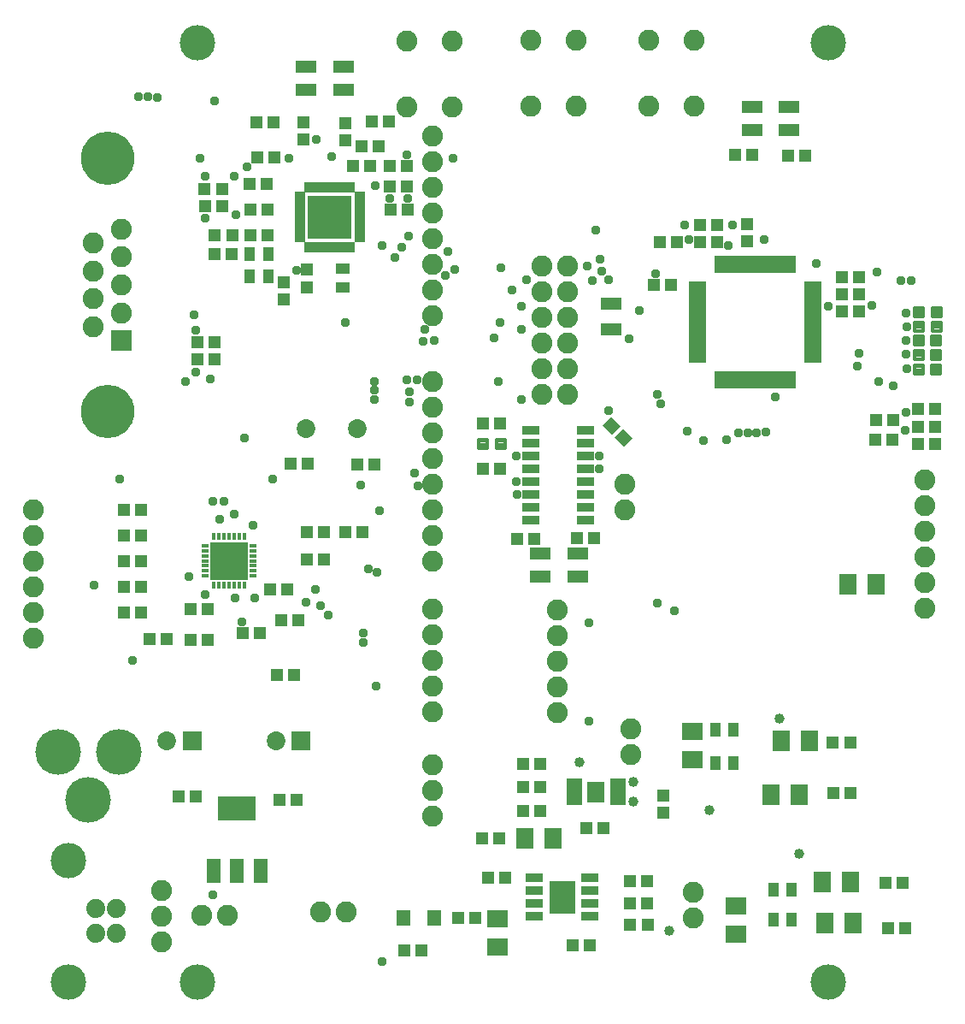
<source format=gbr>
G04 EAGLE Gerber X2 export*
%TF.Part,Single*%
%TF.FileFunction,Soldermask,Top,1*%
%TF.FilePolarity,Negative*%
%TF.GenerationSoftware,Autodesk,EAGLE,8.6.0*%
%TF.CreationDate,2018-06-10T17:56:49Z*%
G75*
%MOMM*%
%FSLAX34Y34*%
%LPD*%
%AMOC8*
5,1,8,0,0,1.08239X$1,22.5*%
G01*
%ADD10R,1.303200X1.203200*%
%ADD11C,1.854200*%
%ADD12R,1.854200X1.854200*%
%ADD13R,3.803200X3.803200*%
%ADD14R,0.453200X0.803200*%
%ADD15R,0.803200X0.453200*%
%ADD16C,4.521200*%
%ADD17C,1.879600*%
%ADD18C,3.505200*%
%ADD19C,2.082800*%
%ADD20R,1.422400X2.438400*%
%ADD21R,3.803200X2.403200*%
%ADD22R,1.753200X0.853200*%
%ADD23R,2.613200X3.303200*%
%ADD24R,1.403200X1.603200*%
%ADD25R,1.003200X1.403200*%
%ADD26R,1.625600X0.635000*%
%ADD27R,1.778000X2.082800*%
%ADD28R,1.203200X1.303200*%
%ADD29R,1.041400X0.482600*%
%ADD30R,0.482600X1.041400*%
%ADD31R,4.343400X4.343400*%
%ADD32C,0.965200*%
%ADD33R,1.403200X1.003200*%
%ADD34R,2.103200X1.303200*%
%ADD35R,2.082800X2.082800*%
%ADD36C,5.283200*%
%ADD37R,1.676400X0.482600*%
%ADD38R,0.482600X1.676400*%
%ADD39R,1.727200X0.838200*%
%ADD40C,0.360959*%
%ADD41R,2.003200X1.203200*%
%ADD42R,2.003200X1.803200*%
%ADD43R,1.803200X2.003200*%
%ADD44C,0.959600*%
%ADD45C,1.009600*%

G36*
X340111Y788669D02*
X340111Y788669D01*
X340111Y788670D01*
X340111Y831342D01*
X340107Y831347D01*
X340106Y831347D01*
X297434Y831347D01*
X297429Y831343D01*
X297429Y831342D01*
X297429Y788670D01*
X297433Y788665D01*
X297434Y788665D01*
X340106Y788665D01*
X340111Y788669D01*
G37*
G36*
X353573Y815339D02*
X353573Y815339D01*
X353573Y815340D01*
X353573Y819658D01*
X353569Y819663D01*
X353568Y819663D01*
X343662Y819663D01*
X343657Y819659D01*
X343657Y819658D01*
X343657Y815340D01*
X343661Y815335D01*
X343662Y815335D01*
X353568Y815335D01*
X353573Y815339D01*
G37*
G36*
X293883Y815339D02*
X293883Y815339D01*
X293883Y815340D01*
X293883Y819658D01*
X293879Y819663D01*
X293878Y819663D01*
X283972Y819663D01*
X283967Y819659D01*
X283967Y819658D01*
X283967Y815340D01*
X283971Y815335D01*
X283972Y815335D01*
X293878Y815335D01*
X293883Y815339D01*
G37*
G36*
X293883Y800353D02*
X293883Y800353D01*
X293883Y800354D01*
X293883Y804672D01*
X293879Y804677D01*
X293878Y804677D01*
X283972Y804677D01*
X283967Y804673D01*
X283967Y804672D01*
X283967Y800354D01*
X283971Y800349D01*
X283972Y800349D01*
X293878Y800349D01*
X293883Y800353D01*
G37*
G36*
X353573Y800353D02*
X353573Y800353D01*
X353573Y800354D01*
X353573Y804672D01*
X353569Y804677D01*
X353568Y804677D01*
X343662Y804677D01*
X343657Y804673D01*
X343657Y804672D01*
X343657Y800354D01*
X343661Y800349D01*
X343662Y800349D01*
X353568Y800349D01*
X353573Y800353D01*
G37*
G36*
X353573Y785367D02*
X353573Y785367D01*
X353573Y785368D01*
X353573Y789686D01*
X353569Y789691D01*
X353568Y789691D01*
X343662Y789691D01*
X343657Y789687D01*
X343657Y789686D01*
X343657Y785368D01*
X343661Y785363D01*
X343662Y785363D01*
X353568Y785363D01*
X353573Y785367D01*
G37*
G36*
X293883Y785367D02*
X293883Y785367D01*
X293883Y785368D01*
X293883Y789686D01*
X293879Y789691D01*
X293878Y789691D01*
X283972Y789691D01*
X283967Y789687D01*
X283967Y789686D01*
X283967Y785368D01*
X283971Y785363D01*
X283972Y785363D01*
X293878Y785363D01*
X293883Y785367D01*
G37*
G36*
X353573Y830325D02*
X353573Y830325D01*
X353573Y830326D01*
X353573Y834644D01*
X353569Y834649D01*
X353568Y834649D01*
X343662Y834649D01*
X343657Y834645D01*
X343657Y834644D01*
X343657Y830326D01*
X343661Y830321D01*
X343662Y830321D01*
X353568Y830321D01*
X353573Y830325D01*
G37*
G36*
X293883Y830325D02*
X293883Y830325D01*
X293883Y830326D01*
X293883Y834644D01*
X293879Y834649D01*
X293878Y834649D01*
X283972Y834649D01*
X283967Y834645D01*
X283967Y834644D01*
X283967Y830326D01*
X283971Y830321D01*
X283972Y830321D01*
X293878Y830321D01*
X293883Y830325D01*
G37*
G36*
X313441Y834897D02*
X313441Y834897D01*
X313441Y834898D01*
X313441Y844804D01*
X313437Y844809D01*
X313436Y844809D01*
X309118Y844809D01*
X309113Y844805D01*
X309113Y844804D01*
X309113Y834898D01*
X309117Y834893D01*
X309118Y834893D01*
X313436Y834893D01*
X313441Y834897D01*
G37*
G36*
X298455Y775207D02*
X298455Y775207D01*
X298455Y775208D01*
X298455Y785114D01*
X298451Y785119D01*
X298450Y785119D01*
X294132Y785119D01*
X294127Y785115D01*
X294127Y785114D01*
X294127Y775208D01*
X294131Y775203D01*
X294132Y775203D01*
X298450Y775203D01*
X298455Y775207D01*
G37*
G36*
X343413Y834897D02*
X343413Y834897D01*
X343413Y834898D01*
X343413Y844804D01*
X343409Y844809D01*
X343408Y844809D01*
X339090Y844809D01*
X339085Y844805D01*
X339085Y844804D01*
X339085Y834898D01*
X339089Y834893D01*
X339090Y834893D01*
X343408Y834893D01*
X343413Y834897D01*
G37*
G36*
X313441Y775207D02*
X313441Y775207D01*
X313441Y775208D01*
X313441Y785114D01*
X313437Y785119D01*
X313436Y785119D01*
X309118Y785119D01*
X309113Y785115D01*
X309113Y785114D01*
X309113Y775208D01*
X309117Y775203D01*
X309118Y775203D01*
X313436Y775203D01*
X313441Y775207D01*
G37*
G36*
X328427Y775207D02*
X328427Y775207D01*
X328427Y775208D01*
X328427Y785114D01*
X328423Y785119D01*
X328422Y785119D01*
X324104Y785119D01*
X324099Y785115D01*
X324099Y785114D01*
X324099Y775208D01*
X324103Y775203D01*
X324104Y775203D01*
X328422Y775203D01*
X328427Y775207D01*
G37*
G36*
X328427Y834897D02*
X328427Y834897D01*
X328427Y834898D01*
X328427Y844804D01*
X328423Y844809D01*
X328422Y844809D01*
X324104Y844809D01*
X324099Y844805D01*
X324099Y844804D01*
X324099Y834898D01*
X324103Y834893D01*
X324104Y834893D01*
X328422Y834893D01*
X328427Y834897D01*
G37*
G36*
X343413Y775207D02*
X343413Y775207D01*
X343413Y775208D01*
X343413Y785114D01*
X343409Y785119D01*
X343408Y785119D01*
X339090Y785119D01*
X339085Y785115D01*
X339085Y785114D01*
X339085Y775208D01*
X339089Y775203D01*
X339090Y775203D01*
X343408Y775203D01*
X343413Y775207D01*
G37*
G36*
X298455Y834897D02*
X298455Y834897D01*
X298455Y834898D01*
X298455Y844804D01*
X298451Y844809D01*
X298450Y844809D01*
X294132Y844809D01*
X294127Y844805D01*
X294127Y844804D01*
X294127Y834898D01*
X294131Y834893D01*
X294132Y834893D01*
X298450Y834893D01*
X298455Y834897D01*
G37*
G36*
X333253Y775207D02*
X333253Y775207D01*
X333253Y775208D01*
X333253Y785114D01*
X333249Y785119D01*
X333248Y785119D01*
X329184Y785119D01*
X329179Y785115D01*
X329179Y785114D01*
X329179Y775208D01*
X329183Y775203D01*
X329184Y775203D01*
X333248Y775203D01*
X333253Y775207D01*
G37*
G36*
X338333Y775207D02*
X338333Y775207D01*
X338333Y775208D01*
X338333Y785114D01*
X338329Y785119D01*
X338328Y785119D01*
X334264Y785119D01*
X334259Y785115D01*
X334259Y785114D01*
X334259Y775208D01*
X334263Y775203D01*
X334264Y775203D01*
X338328Y775203D01*
X338333Y775207D01*
G37*
G36*
X323347Y834897D02*
X323347Y834897D01*
X323347Y834898D01*
X323347Y844804D01*
X323343Y844809D01*
X323342Y844809D01*
X319278Y844809D01*
X319273Y844805D01*
X319273Y844804D01*
X319273Y834898D01*
X319277Y834893D01*
X319278Y834893D01*
X323342Y834893D01*
X323347Y834897D01*
G37*
G36*
X293883Y820419D02*
X293883Y820419D01*
X293883Y820420D01*
X293883Y824484D01*
X293879Y824489D01*
X293878Y824489D01*
X283972Y824489D01*
X283967Y824485D01*
X283967Y824484D01*
X283967Y820420D01*
X283971Y820415D01*
X283972Y820415D01*
X293878Y820415D01*
X293883Y820419D01*
G37*
G36*
X353573Y820419D02*
X353573Y820419D01*
X353573Y820420D01*
X353573Y824484D01*
X353569Y824489D01*
X353568Y824489D01*
X343662Y824489D01*
X343657Y824485D01*
X343657Y824484D01*
X343657Y820420D01*
X343661Y820415D01*
X343662Y820415D01*
X353568Y820415D01*
X353573Y820419D01*
G37*
G36*
X308361Y834897D02*
X308361Y834897D01*
X308361Y834898D01*
X308361Y844804D01*
X308357Y844809D01*
X308356Y844809D01*
X304292Y844809D01*
X304287Y844805D01*
X304287Y844804D01*
X304287Y834898D01*
X304291Y834893D01*
X304292Y834893D01*
X308356Y834893D01*
X308361Y834897D01*
G37*
G36*
X323347Y775207D02*
X323347Y775207D01*
X323347Y775208D01*
X323347Y785114D01*
X323343Y785119D01*
X323342Y785119D01*
X319278Y785119D01*
X319273Y785115D01*
X319273Y785114D01*
X319273Y775208D01*
X319277Y775203D01*
X319278Y775203D01*
X323342Y775203D01*
X323347Y775207D01*
G37*
G36*
X303281Y775207D02*
X303281Y775207D01*
X303281Y775208D01*
X303281Y785114D01*
X303277Y785119D01*
X303276Y785119D01*
X299212Y785119D01*
X299207Y785115D01*
X299207Y785114D01*
X299207Y775208D01*
X299211Y775203D01*
X299212Y775203D01*
X303276Y775203D01*
X303281Y775207D01*
G37*
G36*
X308361Y775207D02*
X308361Y775207D01*
X308361Y775208D01*
X308361Y785114D01*
X308357Y785119D01*
X308356Y785119D01*
X304292Y785119D01*
X304287Y785115D01*
X304287Y785114D01*
X304287Y775208D01*
X304291Y775203D01*
X304292Y775203D01*
X308356Y775203D01*
X308361Y775207D01*
G37*
G36*
X333253Y834897D02*
X333253Y834897D01*
X333253Y834898D01*
X333253Y844804D01*
X333249Y844809D01*
X333248Y844809D01*
X329184Y844809D01*
X329179Y844805D01*
X329179Y844804D01*
X329179Y834898D01*
X329183Y834893D01*
X329184Y834893D01*
X333248Y834893D01*
X333253Y834897D01*
G37*
G36*
X318267Y775207D02*
X318267Y775207D01*
X318267Y775208D01*
X318267Y785114D01*
X318263Y785119D01*
X318262Y785119D01*
X314198Y785119D01*
X314193Y785115D01*
X314193Y785114D01*
X314193Y775208D01*
X314197Y775203D01*
X314198Y775203D01*
X318262Y775203D01*
X318267Y775207D01*
G37*
G36*
X318267Y834897D02*
X318267Y834897D01*
X318267Y834898D01*
X318267Y844804D01*
X318263Y844809D01*
X318262Y844809D01*
X314198Y844809D01*
X314193Y844805D01*
X314193Y844804D01*
X314193Y834898D01*
X314197Y834893D01*
X314198Y834893D01*
X318262Y834893D01*
X318267Y834897D01*
G37*
G36*
X353573Y810513D02*
X353573Y810513D01*
X353573Y810514D01*
X353573Y814578D01*
X353569Y814583D01*
X353568Y814583D01*
X343662Y814583D01*
X343657Y814579D01*
X343657Y814578D01*
X343657Y810514D01*
X343661Y810509D01*
X343662Y810509D01*
X353568Y810509D01*
X353573Y810513D01*
G37*
G36*
X293883Y810513D02*
X293883Y810513D01*
X293883Y810514D01*
X293883Y814578D01*
X293879Y814583D01*
X293878Y814583D01*
X283972Y814583D01*
X283967Y814579D01*
X283967Y814578D01*
X283967Y810514D01*
X283971Y810509D01*
X283972Y810509D01*
X293878Y810509D01*
X293883Y810513D01*
G37*
G36*
X303281Y834897D02*
X303281Y834897D01*
X303281Y834898D01*
X303281Y844804D01*
X303277Y844809D01*
X303276Y844809D01*
X299212Y844809D01*
X299207Y844805D01*
X299207Y844804D01*
X299207Y834898D01*
X299211Y834893D01*
X299212Y834893D01*
X303276Y834893D01*
X303281Y834897D01*
G37*
G36*
X338333Y834897D02*
X338333Y834897D01*
X338333Y834898D01*
X338333Y844804D01*
X338329Y844809D01*
X338328Y844809D01*
X334264Y844809D01*
X334259Y844805D01*
X334259Y844804D01*
X334259Y834898D01*
X334263Y834893D01*
X334264Y834893D01*
X338328Y834893D01*
X338333Y834897D01*
G37*
G36*
X353573Y790447D02*
X353573Y790447D01*
X353573Y790448D01*
X353573Y794512D01*
X353569Y794517D01*
X353568Y794517D01*
X343662Y794517D01*
X343657Y794513D01*
X343657Y794512D01*
X343657Y790448D01*
X343661Y790443D01*
X343662Y790443D01*
X353568Y790443D01*
X353573Y790447D01*
G37*
G36*
X293883Y790447D02*
X293883Y790447D01*
X293883Y790448D01*
X293883Y794512D01*
X293879Y794517D01*
X293878Y794517D01*
X283972Y794517D01*
X283967Y794513D01*
X283967Y794512D01*
X283967Y790448D01*
X283971Y790443D01*
X283972Y790443D01*
X293878Y790443D01*
X293883Y790447D01*
G37*
G36*
X353573Y795527D02*
X353573Y795527D01*
X353573Y795528D01*
X353573Y799592D01*
X353569Y799597D01*
X353568Y799597D01*
X343662Y799597D01*
X343657Y799593D01*
X343657Y799592D01*
X343657Y795528D01*
X343661Y795523D01*
X343662Y795523D01*
X353568Y795523D01*
X353573Y795527D01*
G37*
G36*
X353573Y805433D02*
X353573Y805433D01*
X353573Y805434D01*
X353573Y809498D01*
X353569Y809503D01*
X353568Y809503D01*
X343662Y809503D01*
X343657Y809499D01*
X343657Y809498D01*
X343657Y805434D01*
X343661Y805429D01*
X343662Y805429D01*
X353568Y805429D01*
X353573Y805433D01*
G37*
G36*
X293883Y805433D02*
X293883Y805433D01*
X293883Y805434D01*
X293883Y809498D01*
X293879Y809503D01*
X293878Y809503D01*
X283972Y809503D01*
X283967Y809499D01*
X283967Y809498D01*
X283967Y805434D01*
X283971Y805429D01*
X283972Y805429D01*
X293878Y805429D01*
X293883Y805433D01*
G37*
G36*
X353573Y825499D02*
X353573Y825499D01*
X353573Y825500D01*
X353573Y829564D01*
X353569Y829569D01*
X353568Y829569D01*
X343662Y829569D01*
X343657Y829565D01*
X343657Y829564D01*
X343657Y825500D01*
X343661Y825495D01*
X343662Y825495D01*
X353568Y825495D01*
X353573Y825499D01*
G37*
G36*
X293883Y825499D02*
X293883Y825499D01*
X293883Y825500D01*
X293883Y829564D01*
X293879Y829569D01*
X293878Y829569D01*
X283972Y829569D01*
X283967Y829565D01*
X283967Y829564D01*
X283967Y825500D01*
X283971Y825495D01*
X283972Y825495D01*
X293878Y825495D01*
X293883Y825499D01*
G37*
G36*
X293883Y795527D02*
X293883Y795527D01*
X293883Y795528D01*
X293883Y799592D01*
X293879Y799597D01*
X293878Y799597D01*
X283972Y799597D01*
X283967Y799593D01*
X283967Y799592D01*
X283967Y795528D01*
X283971Y795523D01*
X283972Y795523D01*
X293878Y795523D01*
X293883Y795527D01*
G37*
%LPC*%
G36*
X308869Y800105D02*
X308869Y800105D01*
X308869Y804159D01*
X312923Y804159D01*
X312923Y800105D01*
X308869Y800105D01*
G37*
%LPD*%
%LPC*%
G36*
X316743Y800105D02*
X316743Y800105D01*
X316743Y804159D01*
X320797Y804159D01*
X320797Y800105D01*
X316743Y800105D01*
G37*
%LPD*%
%LPC*%
G36*
X324617Y800105D02*
X324617Y800105D01*
X324617Y804159D01*
X328671Y804159D01*
X328671Y800105D01*
X324617Y800105D01*
G37*
%LPD*%
%LPC*%
G36*
X332491Y800105D02*
X332491Y800105D01*
X332491Y804159D01*
X336545Y804159D01*
X336545Y800105D01*
X332491Y800105D01*
G37*
%LPD*%
%LPC*%
G36*
X300995Y800105D02*
X300995Y800105D01*
X300995Y804159D01*
X305049Y804159D01*
X305049Y800105D01*
X300995Y800105D01*
G37*
%LPD*%
%LPC*%
G36*
X332491Y807979D02*
X332491Y807979D01*
X332491Y812033D01*
X336545Y812033D01*
X336545Y807979D01*
X332491Y807979D01*
G37*
%LPD*%
%LPC*%
G36*
X300995Y792231D02*
X300995Y792231D01*
X300995Y796285D01*
X305049Y796285D01*
X305049Y792231D01*
X300995Y792231D01*
G37*
%LPD*%
%LPC*%
G36*
X316743Y792231D02*
X316743Y792231D01*
X316743Y796285D01*
X320797Y796285D01*
X320797Y792231D01*
X316743Y792231D01*
G37*
%LPD*%
%LPC*%
G36*
X324617Y792231D02*
X324617Y792231D01*
X324617Y796285D01*
X328671Y796285D01*
X328671Y792231D01*
X324617Y792231D01*
G37*
%LPD*%
%LPC*%
G36*
X332491Y792231D02*
X332491Y792231D01*
X332491Y796285D01*
X336545Y796285D01*
X336545Y792231D01*
X332491Y792231D01*
G37*
%LPD*%
%LPC*%
G36*
X308869Y792231D02*
X308869Y792231D01*
X308869Y796285D01*
X312923Y796285D01*
X312923Y792231D01*
X308869Y792231D01*
G37*
%LPD*%
%LPC*%
G36*
X324617Y807979D02*
X324617Y807979D01*
X324617Y812033D01*
X328671Y812033D01*
X328671Y807979D01*
X324617Y807979D01*
G37*
%LPD*%
%LPC*%
G36*
X324617Y823727D02*
X324617Y823727D01*
X324617Y827781D01*
X328671Y827781D01*
X328671Y823727D01*
X324617Y823727D01*
G37*
%LPD*%
%LPC*%
G36*
X308869Y807979D02*
X308869Y807979D01*
X308869Y812033D01*
X312923Y812033D01*
X312923Y807979D01*
X308869Y807979D01*
G37*
%LPD*%
%LPC*%
G36*
X300995Y807979D02*
X300995Y807979D01*
X300995Y812033D01*
X305049Y812033D01*
X305049Y807979D01*
X300995Y807979D01*
G37*
%LPD*%
%LPC*%
G36*
X316743Y823727D02*
X316743Y823727D01*
X316743Y827781D01*
X320797Y827781D01*
X320797Y823727D01*
X316743Y823727D01*
G37*
%LPD*%
%LPC*%
G36*
X300995Y823727D02*
X300995Y823727D01*
X300995Y827781D01*
X305049Y827781D01*
X305049Y823727D01*
X300995Y823727D01*
G37*
%LPD*%
%LPC*%
G36*
X332491Y815853D02*
X332491Y815853D01*
X332491Y819907D01*
X336545Y819907D01*
X336545Y815853D01*
X332491Y815853D01*
G37*
%LPD*%
%LPC*%
G36*
X324617Y815853D02*
X324617Y815853D01*
X324617Y819907D01*
X328671Y819907D01*
X328671Y815853D01*
X324617Y815853D01*
G37*
%LPD*%
%LPC*%
G36*
X316743Y815853D02*
X316743Y815853D01*
X316743Y819907D01*
X320797Y819907D01*
X320797Y815853D01*
X316743Y815853D01*
G37*
%LPD*%
%LPC*%
G36*
X308869Y815853D02*
X308869Y815853D01*
X308869Y819907D01*
X312923Y819907D01*
X312923Y815853D01*
X308869Y815853D01*
G37*
%LPD*%
%LPC*%
G36*
X300995Y815853D02*
X300995Y815853D01*
X300995Y819907D01*
X305049Y819907D01*
X305049Y815853D01*
X300995Y815853D01*
G37*
%LPD*%
%LPC*%
G36*
X308869Y823727D02*
X308869Y823727D01*
X308869Y827781D01*
X312923Y827781D01*
X312923Y823727D01*
X308869Y823727D01*
G37*
%LPD*%
%LPC*%
G36*
X332491Y823727D02*
X332491Y823727D01*
X332491Y827781D01*
X336545Y827781D01*
X336545Y823727D01*
X332491Y823727D01*
G37*
%LPD*%
%LPC*%
G36*
X316743Y807979D02*
X316743Y807979D01*
X316743Y812033D01*
X320797Y812033D01*
X320797Y807979D01*
X316743Y807979D01*
G37*
%LPD*%
D10*
X169300Y236538D03*
X186300Y236538D03*
D11*
X157363Y292100D03*
D12*
X182363Y292100D03*
D11*
X265313Y292100D03*
D12*
X290313Y292100D03*
D10*
X285995Y233680D03*
X268995Y233680D03*
D13*
X219075Y469900D03*
D14*
X219075Y493900D03*
X224075Y493900D03*
X229075Y493900D03*
X234075Y493900D03*
X214075Y493900D03*
X209075Y493900D03*
X204075Y493900D03*
X219075Y445900D03*
X224075Y445900D03*
X229075Y445900D03*
X234075Y445900D03*
D15*
X243075Y469900D03*
X243075Y464900D03*
X243075Y459900D03*
X243075Y454900D03*
X243075Y474900D03*
X243075Y479900D03*
X243075Y484900D03*
X195075Y469900D03*
X195075Y464900D03*
X195075Y459900D03*
X195075Y454900D03*
X195075Y474900D03*
X195075Y479900D03*
X195075Y484900D03*
D14*
X214075Y445900D03*
X209075Y445900D03*
X204075Y445900D03*
D16*
X109695Y280353D03*
X49695Y280353D03*
X79695Y233353D03*
D17*
X107188Y100784D03*
X107188Y125784D03*
X87376Y125784D03*
X87376Y100784D03*
D18*
X60198Y53086D03*
X60198Y173482D03*
D19*
X152083Y143447D03*
X152083Y118047D03*
X152083Y92647D03*
D10*
X266138Y357188D03*
X283138Y357188D03*
D20*
X203899Y162687D03*
X227013Y162687D03*
X250127Y162687D03*
D21*
X227013Y224665D03*
D11*
X295085Y601091D03*
X345885Y601091D03*
D10*
X345830Y565468D03*
X362830Y565468D03*
X296790Y566420D03*
X279790Y566420D03*
X296300Y471488D03*
X313300Y471488D03*
X296300Y498475D03*
X313300Y498475D03*
X334400Y498475D03*
X351400Y498475D03*
X259788Y441325D03*
X276788Y441325D03*
X270900Y411163D03*
X287900Y411163D03*
X157408Y392113D03*
X140408Y392113D03*
X198048Y421958D03*
X181048Y421958D03*
X181365Y391795D03*
X198365Y391795D03*
X114690Y520700D03*
X131690Y520700D03*
X114690Y495300D03*
X131690Y495300D03*
X114690Y469900D03*
X131690Y469900D03*
X114690Y444500D03*
X131690Y444500D03*
X114690Y419100D03*
X131690Y419100D03*
D19*
X25400Y520700D03*
X25400Y495300D03*
X25400Y469900D03*
X25400Y444500D03*
X25400Y419100D03*
X25400Y393700D03*
X217488Y119063D03*
X192088Y119063D03*
X334963Y122238D03*
X309563Y122238D03*
D10*
X232800Y398463D03*
X249800Y398463D03*
D19*
X517589Y920115D03*
X517589Y985139D03*
X562801Y920115D03*
X562801Y985139D03*
X420688Y646875D03*
X420688Y621475D03*
X420688Y596075D03*
X420688Y570675D03*
X420688Y545275D03*
X420688Y519875D03*
X420688Y494475D03*
X420688Y469075D03*
X420688Y422275D03*
X420688Y396875D03*
X420688Y371475D03*
X420688Y346075D03*
X420688Y320675D03*
X420688Y268288D03*
X420688Y242888D03*
X420688Y217488D03*
X678434Y142240D03*
X678434Y116840D03*
D10*
X559698Y89662D03*
X576698Y89662D03*
D22*
X521644Y156210D03*
X521644Y143510D03*
X521644Y130810D03*
X521644Y118110D03*
X576144Y118110D03*
X576144Y130810D03*
X576144Y143510D03*
X576144Y156210D03*
D23*
X548894Y137160D03*
D10*
X616594Y109728D03*
X633594Y109728D03*
X633340Y152654D03*
X616340Y152654D03*
X492624Y156210D03*
X475624Y156210D03*
X633340Y130810D03*
X616340Y130810D03*
D24*
X422162Y116586D03*
X392162Y116586D03*
D10*
X409312Y84582D03*
X392312Y84582D03*
D25*
X758334Y144272D03*
X776334Y144272D03*
X758588Y114554D03*
X776588Y114554D03*
D10*
X869578Y150876D03*
X886578Y150876D03*
X871610Y106680D03*
X888610Y106680D03*
D26*
X560832Y250698D03*
X560832Y244348D03*
X560832Y237744D03*
X560832Y231394D03*
X604520Y231394D03*
X604520Y237744D03*
X604520Y244348D03*
X604520Y250698D03*
D27*
X582676Y241046D03*
D28*
X648970Y237608D03*
X648970Y220608D03*
D10*
X527168Y269240D03*
X510168Y269240D03*
X510168Y222504D03*
X527168Y222504D03*
X510168Y245872D03*
X527168Y245872D03*
X572906Y205740D03*
X589906Y205740D03*
X462906Y116078D03*
X445906Y116078D03*
X486528Y194818D03*
X469528Y194818D03*
D19*
X616712Y303276D03*
X616712Y277876D03*
D25*
X700676Y269748D03*
X718676Y269748D03*
X700676Y302514D03*
X718676Y302514D03*
D10*
X817508Y240030D03*
X834508Y240030D03*
X817254Y290068D03*
X834254Y290068D03*
D29*
X289020Y832506D03*
X289020Y827506D03*
X289020Y822506D03*
X289020Y817506D03*
X289020Y812506D03*
X289020Y807506D03*
X289020Y802506D03*
X289020Y797506D03*
X289020Y792506D03*
X289020Y787506D03*
D30*
X296264Y780256D03*
X301266Y780256D03*
X306267Y780256D03*
X311268Y780256D03*
X316269Y780256D03*
X321271Y780256D03*
X326272Y780256D03*
X331273Y780256D03*
X336274Y780256D03*
X341276Y780256D03*
D29*
X348520Y787506D03*
X348520Y792506D03*
X348520Y797506D03*
X348520Y802506D03*
X348520Y807506D03*
X348520Y812506D03*
X348520Y817506D03*
X348520Y822506D03*
X348520Y827506D03*
X348520Y832506D03*
D30*
X341276Y839756D03*
X336274Y839756D03*
X331273Y839756D03*
X326272Y839756D03*
X321271Y839756D03*
X316269Y839756D03*
X311268Y839756D03*
X306267Y839756D03*
X301266Y839756D03*
X296264Y839756D03*
D31*
X318770Y810006D03*
D32*
X303022Y794258D03*
X303022Y802132D03*
X303022Y810006D03*
X303022Y817880D03*
X303022Y825754D03*
X310896Y794258D03*
X310896Y802132D03*
X310896Y810006D03*
X310896Y817880D03*
X310896Y825754D03*
X318770Y794258D03*
X318770Y802132D03*
X318770Y810006D03*
X318770Y817880D03*
X318770Y825754D03*
X326644Y794258D03*
X326644Y802132D03*
X326644Y810006D03*
X326644Y817880D03*
X326644Y825754D03*
X334518Y794258D03*
X334518Y802132D03*
X334518Y810006D03*
X334518Y817880D03*
X334518Y825754D03*
D28*
X296418Y757800D03*
X296418Y740800D03*
D33*
X331470Y758808D03*
X331470Y740808D03*
D10*
X239658Y842518D03*
X256658Y842518D03*
D25*
X239666Y773684D03*
X257666Y773684D03*
D10*
X378342Y860806D03*
X395342Y860806D03*
X264024Y868934D03*
X247024Y868934D03*
D25*
X257666Y751586D03*
X239666Y751586D03*
D10*
X240166Y817626D03*
X257166Y817626D03*
X195208Y820928D03*
X212208Y820928D03*
X194954Y837692D03*
X211954Y837692D03*
X187588Y686308D03*
X204588Y686308D03*
X187588Y669544D03*
X204588Y669544D03*
D34*
X295444Y936174D03*
X332444Y959174D03*
X295444Y959174D03*
X332444Y936174D03*
D28*
X292608Y886850D03*
X292608Y903850D03*
X334518Y903342D03*
X334518Y886342D03*
D10*
X246262Y904240D03*
X263262Y904240D03*
X360308Y905002D03*
X377308Y905002D03*
X378088Y840232D03*
X395088Y840232D03*
D19*
X395224Y919226D03*
X395224Y984250D03*
X440436Y919226D03*
X440436Y984250D03*
D10*
X396104Y817626D03*
X379104Y817626D03*
X350656Y880364D03*
X367656Y880364D03*
X342020Y860806D03*
X359020Y860806D03*
D28*
X273558Y745354D03*
X273558Y728354D03*
D10*
X257420Y792480D03*
X240420Y792480D03*
X222114Y792480D03*
X205114Y792480D03*
D35*
X112752Y687550D03*
D19*
X112752Y715250D03*
X112752Y742950D03*
X112752Y770650D03*
X112752Y798350D03*
X84352Y701450D03*
X84352Y729150D03*
X84352Y756750D03*
X84352Y784450D03*
D36*
X98552Y617950D03*
X98552Y867950D03*
D10*
X221352Y773684D03*
X204352Y773684D03*
D19*
X420688Y890270D03*
X420688Y864870D03*
X420688Y839470D03*
X420688Y814070D03*
X420688Y788670D03*
X420688Y763270D03*
X420688Y737870D03*
X420688Y712470D03*
X543814Y320040D03*
X543814Y345440D03*
X543814Y370840D03*
X543814Y396240D03*
X543814Y421640D03*
D18*
X812800Y53340D03*
X812800Y982980D03*
X187960Y982980D03*
X187960Y53340D03*
D37*
X683006Y743458D03*
X683006Y738378D03*
X683006Y733298D03*
X683006Y728472D03*
X683006Y723392D03*
X683006Y718312D03*
X683006Y713486D03*
X683006Y708406D03*
X683006Y703326D03*
X683006Y698246D03*
X683006Y693420D03*
X683006Y688340D03*
X683006Y683260D03*
X683006Y678434D03*
X683006Y673354D03*
X683006Y668274D03*
D38*
X702564Y648716D03*
X707644Y648716D03*
X712724Y648716D03*
X717550Y648716D03*
X722630Y648716D03*
X727710Y648716D03*
X732536Y648716D03*
X737616Y648716D03*
X742696Y648716D03*
X747776Y648716D03*
X752602Y648716D03*
X757682Y648716D03*
X762762Y648716D03*
X767588Y648716D03*
X772668Y648716D03*
X777748Y648716D03*
D37*
X797306Y668274D03*
X797306Y673354D03*
X797306Y678434D03*
X797306Y683260D03*
X797306Y688340D03*
X797306Y693420D03*
X797306Y698246D03*
X797306Y703326D03*
X797306Y708406D03*
X797306Y713486D03*
X797306Y718312D03*
X797306Y723392D03*
X797306Y728472D03*
X797306Y733298D03*
X797306Y738378D03*
X797306Y743458D03*
D38*
X777748Y763016D03*
X772668Y763016D03*
X767588Y763016D03*
X762762Y763016D03*
X757682Y763016D03*
X752602Y763016D03*
X747776Y763016D03*
X742696Y763016D03*
X737616Y763016D03*
X732536Y763016D03*
X727710Y763016D03*
X722630Y763016D03*
X717550Y763016D03*
X712724Y763016D03*
X707644Y763016D03*
X702564Y763016D03*
D39*
X517880Y586232D03*
X571780Y560832D03*
X517880Y598932D03*
X517880Y573532D03*
X517880Y560832D03*
X571780Y573532D03*
X571780Y548132D03*
X571780Y535432D03*
X517880Y535432D03*
X571780Y510032D03*
X517880Y548132D03*
X517880Y522732D03*
X571780Y522732D03*
X517880Y510032D03*
X571780Y586232D03*
X571780Y598932D03*
D10*
G36*
X609669Y600767D02*
X618883Y591553D01*
X610375Y583045D01*
X601161Y592259D01*
X609669Y600767D01*
G37*
G36*
X597649Y612787D02*
X606863Y603573D01*
X598355Y595065D01*
X589141Y604279D01*
X597649Y612787D01*
G37*
X487798Y560832D03*
X470798Y560832D03*
D40*
X474739Y581259D02*
X474739Y589681D01*
X474739Y581259D02*
X466317Y581259D01*
X466317Y589681D01*
X474739Y589681D01*
X474739Y584868D02*
X466317Y584868D01*
X466317Y588477D02*
X474739Y588477D01*
X492279Y589681D02*
X492279Y581259D01*
X483857Y581259D01*
X483857Y589681D01*
X492279Y589681D01*
X492279Y584868D02*
X483857Y584868D01*
X483857Y588477D02*
X492279Y588477D01*
D10*
X470544Y605536D03*
X487544Y605536D03*
D34*
X527346Y453828D03*
X564346Y476828D03*
X527346Y476828D03*
X564346Y453828D03*
D10*
X564016Y491998D03*
X581016Y491998D03*
X521072Y491744D03*
X504072Y491744D03*
D19*
X529336Y762000D03*
X554736Y762000D03*
X529336Y736600D03*
X554736Y736600D03*
X529336Y711200D03*
X554736Y711200D03*
X529336Y685800D03*
X554736Y685800D03*
X529336Y660400D03*
X554736Y660400D03*
X529336Y635000D03*
X554736Y635000D03*
D10*
X656962Y743204D03*
X639962Y743204D03*
X702682Y801878D03*
X685682Y801878D03*
X702682Y785368D03*
X685682Y785368D03*
D41*
X597154Y698954D03*
X597154Y723954D03*
D34*
X773896Y918788D03*
X736896Y895788D03*
X773896Y895788D03*
X736896Y918788D03*
D10*
X720226Y871474D03*
X737226Y871474D03*
X790058Y871220D03*
X773058Y871220D03*
X646058Y785368D03*
X663058Y785368D03*
D28*
X732536Y786266D03*
X732536Y803266D03*
D19*
X634746Y920242D03*
X634746Y985266D03*
X679958Y920242D03*
X679958Y985266D03*
D10*
X826398Y717042D03*
X843398Y717042D03*
X826144Y733552D03*
X843144Y733552D03*
X825890Y750316D03*
X842890Y750316D03*
D40*
X906285Y663341D02*
X906285Y654919D01*
X897863Y654919D01*
X897863Y663341D01*
X906285Y663341D01*
X906285Y658528D02*
X897863Y658528D01*
X897863Y662137D02*
X906285Y662137D01*
X923825Y663341D02*
X923825Y654919D01*
X915403Y654919D01*
X915403Y663341D01*
X923825Y663341D01*
X923825Y658528D02*
X915403Y658528D01*
X915403Y662137D02*
X923825Y662137D01*
X906285Y669651D02*
X906285Y678073D01*
X906285Y669651D02*
X897863Y669651D01*
X897863Y678073D01*
X906285Y678073D01*
X906285Y673260D02*
X897863Y673260D01*
X897863Y676869D02*
X906285Y676869D01*
X923825Y678073D02*
X923825Y669651D01*
X915403Y669651D01*
X915403Y678073D01*
X923825Y678073D01*
X923825Y673260D02*
X915403Y673260D01*
X915403Y676869D02*
X923825Y676869D01*
X906285Y683621D02*
X906285Y692043D01*
X906285Y683621D02*
X897863Y683621D01*
X897863Y692043D01*
X906285Y692043D01*
X906285Y687230D02*
X897863Y687230D01*
X897863Y690839D02*
X906285Y690839D01*
X923825Y692043D02*
X923825Y683621D01*
X915403Y683621D01*
X915403Y692043D01*
X923825Y692043D01*
X923825Y687230D02*
X915403Y687230D01*
X915403Y690839D02*
X923825Y690839D01*
X906539Y697591D02*
X906539Y706013D01*
X906539Y697591D02*
X898117Y697591D01*
X898117Y706013D01*
X906539Y706013D01*
X906539Y701200D02*
X898117Y701200D01*
X898117Y704809D02*
X906539Y704809D01*
X924079Y706013D02*
X924079Y697591D01*
X915657Y697591D01*
X915657Y706013D01*
X924079Y706013D01*
X924079Y701200D02*
X915657Y701200D01*
X915657Y704809D02*
X924079Y704809D01*
X906539Y711307D02*
X906539Y719729D01*
X906539Y711307D02*
X898117Y711307D01*
X898117Y719729D01*
X906539Y719729D01*
X906539Y714916D02*
X898117Y714916D01*
X898117Y718525D02*
X906539Y718525D01*
X924079Y719729D02*
X924079Y711307D01*
X915657Y711307D01*
X915657Y719729D01*
X924079Y719729D01*
X924079Y714916D02*
X915657Y714916D01*
X915657Y718525D02*
X924079Y718525D01*
D10*
X859418Y589534D03*
X876418Y589534D03*
X859672Y609600D03*
X876672Y609600D03*
X901582Y620268D03*
X918582Y620268D03*
X901836Y602488D03*
X918836Y602488D03*
X901836Y585216D03*
X918836Y585216D03*
D19*
X908304Y550164D03*
X908304Y524764D03*
X908304Y499364D03*
X908304Y473964D03*
X908304Y448564D03*
X908304Y423164D03*
D42*
X485140Y115600D03*
X485140Y87600D03*
D43*
X511780Y195580D03*
X539780Y195580D03*
D42*
X721360Y128300D03*
X721360Y100300D03*
X678180Y301020D03*
X678180Y273020D03*
D43*
X806420Y152400D03*
X834420Y152400D03*
X808960Y111760D03*
X836960Y111760D03*
X755620Y238760D03*
X783620Y238760D03*
X765780Y292100D03*
X793780Y292100D03*
X831820Y447040D03*
X859820Y447040D03*
D19*
X610870Y520700D03*
X610870Y546100D03*
D44*
X209550Y511175D03*
X123825Y371475D03*
X244475Y433388D03*
X309563Y425450D03*
D45*
X655320Y103886D03*
X784098Y179832D03*
X695198Y223266D03*
X764540Y313690D03*
D44*
X321056Y870204D03*
X395224Y871474D03*
X237236Y859790D03*
X204978Y925068D03*
X190500Y868680D03*
X175768Y646938D03*
X184658Y713232D03*
X713488Y782094D03*
X674876Y787527D03*
X641604Y754380D03*
X749272Y787527D03*
X370840Y73660D03*
X203200Y139700D03*
X575564Y310896D03*
X575564Y408940D03*
X202883Y528638D03*
X242888Y504825D03*
X349250Y544513D03*
X368300Y519113D03*
X111125Y550863D03*
X261938Y550863D03*
X304800Y441325D03*
X410972Y687070D03*
X405384Y648744D03*
X595376Y618236D03*
X625094Y717296D03*
X214313Y528638D03*
X223838Y515938D03*
X234442Y591312D03*
X422656Y687578D03*
X481330Y690880D03*
X390144Y780034D03*
X433578Y752602D03*
X499618Y738124D03*
X860806Y755904D03*
X397002Y790956D03*
X442750Y758190D03*
X513588Y748284D03*
X855726Y722884D03*
X395478Y648744D03*
X363220Y647644D03*
X147574Y928370D03*
X586232Y768378D03*
X812409Y721731D03*
X365563Y458078D03*
X405984Y543878D03*
X397792Y637158D03*
X363220Y638556D03*
X138486Y929132D03*
X615696Y689836D03*
X594614Y747776D03*
X402590Y556514D03*
X397538Y627380D03*
X363220Y629468D03*
X129236Y929182D03*
X582422Y797336D03*
X894588Y747014D03*
X225425Y433388D03*
X231775Y409575D03*
X179388Y454025D03*
X317500Y415925D03*
X352425Y388938D03*
X365125Y346075D03*
X195263Y436563D03*
X295275Y428625D03*
X352425Y398463D03*
X85725Y445770D03*
X200152Y650240D03*
X334518Y705358D03*
X286004Y757682D03*
D45*
X566420Y270764D03*
X619252Y250698D03*
X619506Y231394D03*
D44*
X395986Y828548D03*
X363474Y841502D03*
X278638Y868172D03*
X226060Y812038D03*
X224282Y850900D03*
X195072Y850392D03*
X195326Y808736D03*
X186182Y697738D03*
X185928Y656844D03*
X305562Y886968D03*
X588038Y756598D03*
X643636Y634182D03*
X383032Y769874D03*
X413343Y699020D03*
X356774Y462142D03*
X487906Y705866D03*
X800862Y764540D03*
X435610Y775970D03*
X440688Y867920D03*
X370840Y781812D03*
X573504Y761832D03*
X843280Y675640D03*
X578796Y747240D03*
X862838Y647446D03*
X488162Y759742D03*
X884936Y747014D03*
X508508Y722122D03*
X508508Y699262D03*
X508762Y629412D03*
X876808Y643128D03*
X646430Y625094D03*
X841502Y662686D03*
X378460Y828294D03*
X585724Y573786D03*
X585470Y561086D03*
X660255Y420733D03*
X503936Y548132D03*
X642874Y427736D03*
X504190Y535686D03*
X485874Y646938D03*
X503428Y573786D03*
X669980Y801950D03*
X718060Y802132D03*
X711708Y589506D03*
X689356Y589054D03*
X723686Y596900D03*
X890098Y659932D03*
X732774Y596900D03*
X889508Y674116D03*
X741862Y596646D03*
X889960Y687578D03*
X750950Y596928D03*
X890524Y701802D03*
X759968Y631670D03*
X890016Y715264D03*
X919614Y659130D03*
X889000Y598932D03*
X919614Y673862D03*
X889254Y617220D03*
X672592Y597916D03*
M02*

</source>
